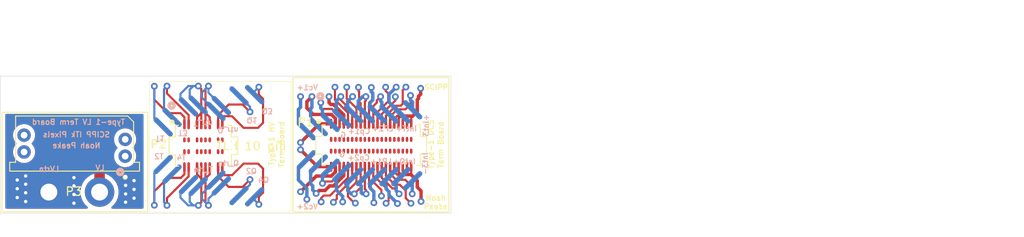
<source format=kicad_pcb>
(kicad_pcb (version 20171130) (host pcbnew "(5.1.4)-1")
  (title_block (title "Type-1 Termination Board") (date 2021-06-30) (rev v4) (company SCIPP) (comment 1 "Designed by Noah Peake"))
  (layers (0 F.Cu signal) (1 Lyr2.Cu signal) (2 Lyr3.Cu signal) (31 B.Cu signal) (34 B.Paste user) (35 F.Paste user) (36 B.SilkS user) (37 F.SilkS user) (38 B.Mask user) (39 F.Mask user) (44 Edge.Cuts user))
  (net 0 "")
  (net 1 Gnd)
  (net 2 Vcan1_p)
  (net 3 Vcan1_n)
  (net 4 Vcan2_n)
  (net 5 Can_pwr1_p)
  (net 6 Can_pwr1_n)
  (net 7 Can_pwr2_p)
  (net 8 Can_pwr2_n)
  (net 9 LP_mode2)
  (net 10 LP_mode1)
  (net 11 Interlock_T_p)
  (net 12 Interlock_T_n)
  (net 13 Interlock_Q_p)
  (net 14 Interlock_Q_n)
  (net 15 Interlock_3_p)
  (net 16 Interlock_3_n)
  (net 17 HV_Triplet1)
  (net 18 HV_Triplet3)
  (net 19 HV_Triplet4)
  (net 20 HV_Triplet_rtn)
  (net 21 HV_Quad_rtn)
  (net 22 HV_Quad1)
  (net 23 HV_Quad2)
  (net 24 HV_Quad3)
  (net 25 HV_Quad4)
  (net 26 LV_rtn)
  (net 27 LV)
  (net 28 Vcan2_p)
  (module MountingHole:MountingHole_2.2mm_M2 (layer F.Cu) (at 70.65 25.85)
    (fp_text reference H2)
    (fp_text value MountingHole_2.2mm_M2)
    (pad "" np_thru_hole circle (at 0 0) (size 2.2 2.2) (drill 2.2) (layers *.Cu *.Mask))
  )
  (module MountingHole:MountingHole_2.2mm_M2 (layer F.Cu) (at 51.9 36.35)
    (fp_text reference H1)
    (fp_text value MountingHole_2.2mm_M2)
    (pad "" np_thru_hole circle (at 0 0) (size 2.2 2.2) (drill 2.2) (layers *.Cu *.Mask))
  )
  (module MountingHole:MountingHole_2.2mm_M2 (layer F.Cu) (at 55.15 24.9)
    (fp_text reference H2)
    (fp_text value MountingHole_2.2mm_M2)
    (pad "" np_thru_hole circle (at -3.25 0) (size 2.2 2.2) (drill 2.2) (layers *.Cu *.Mask))
  )
  (module MountingHole:MountingHole_2.2mm_M2 (layer F.Cu) (at 70.65 35.35)
    (fp_text reference H1)
    (fp_text value MountingHole_2.2mm_M2)
    (pad "" np_thru_hole circle (at 0 0) (size 2.2 2.2) (drill 2.2) (layers *.Cu *.Mask))
  )
  (module SCIPP_Connectors:Pad_Array_1.1 (layer B.Cu) (at 41.4 35.45 135)
    (fp_text reference REF**)
    (fp_text value Pad_Array_1.1)
    (pad 8 smd oval (at 0 0 45) (size 3 0.6) (layers B.Cu B.Paste B.Mask))
  )
  (module SCIPP_Connectors:Pad_Array_1.1 (layer B.Cu) (at 47.4 36.75 135)
    (fp_text reference REF**)
    (fp_text value Pad_Array_1.1)
    (pad 18 smd oval (at 0 0 45) (size 3 0.6) (layers B.Cu B.Paste B.Mask))
  )
  (module SCIPP_Connectors:Pad_Array_1.1 (layer B.Cu) (at 45.3 35.6 135)
    (fp_text reference REF**)
    (fp_text value Pad_Array_1.1)
    (pad 14 smd oval (at 0 0 45) (size 3 0.6) (layers B.Cu B.Paste B.Mask))
  )
  (module SCIPP_Connectors:Pad_Array_1.1 (layer B.Cu) (at 42.55 35.65 135)
    (fp_text reference REF**)
    (fp_text value Pad_Array_1.1)
    (pad 10 smd oval (at 0 0 45) (size 3 0.6) (layers B.Cu B.Paste B.Mask))
  )
  (module SCIPP_Connectors:Pad_Array_1.1 (layer B.Cu) (at 44.65 34.9 135)
    (fp_text reference REF**)
    (fp_text value Pad_Array_1.1)
    (pad 12 smd oval (at 0 0 45) (size 3 0.6) (layers B.Cu B.Paste B.Mask))
  )
  (module SCIPP_Connectors:Pad_Array_1.1 (layer B.Cu) (at 49.25 36.9 135)
    (fp_text reference REF**)
    (fp_text value Pad_Array_1.1)
    (pad 20 smd oval (at 0 0 45) (size 3 0.6) (layers B.Cu B.Paste B.Mask))
  )
  (module SCIPP_Connectors:Pad_Array_1.1 (layer B.Cu) (at 39.45 34.2 135)
    (fp_text reference REF**)
    (fp_text value Pad_Array_1.1)
    (pad 4 smd oval (at 0 0 45) (size 3 0.6) (layers B.Cu B.Paste B.Mask))
  )
  (module SCIPP_Connectors:Pad_Array_1.1 (layer B.Cu) (at 38.4 33.05 135)
    (fp_text reference REF**)
    (fp_text value Pad_Array_1.1)
    (pad 2 smd oval (at 0 0 45) (size 3 0.6) (layers B.Cu B.Paste B.Mask))
  )
  (module SCIPP_Connectors:Pad_Array_1.1 (layer B.Cu) (at 38.4 28.6 45)
    (fp_text reference REF**)
    (fp_text value Pad_Array_1.1)
    (pad 1 smd oval (at 0 0 315) (size 3 0.6) (layers B.Cu B.Paste B.Mask))
  )
  (module SCIPP_Connectors:Pad_Array_1.1 (layer B.Cu) (at 42.55 26 45)
    (fp_text reference REF**)
    (fp_text value Pad_Array_1.1)
    (pad 9 smd oval (at 0 0 315) (size 3 0.6) (layers B.Cu B.Paste B.Mask))
  )
  (module SCIPP_Connectors:Pad_Array_1.1 (layer B.Cu) (at 41.4 26.2 45)
    (fp_text reference REF**)
    (fp_text value Pad_Array_1.1)
    (pad 7 smd oval (at 0 0 315) (size 3 0.6) (layers B.Cu B.Paste B.Mask))
  )
  (module SCIPP_Connectors:Pad_Array_1.1 (layer B.Cu) (at 44.65 26.75 45)
    (fp_text reference REF**)
    (fp_text value Pad_Array_1.1)
    (pad 11 smd oval (at 0 0 315) (size 3 0.6) (layers B.Cu B.Paste B.Mask))
  )
  (module SCIPP_Connectors:Pad_Array_1.1 (layer B.Cu) (at 39.45 27.45 45)
    (fp_text reference REF**)
    (fp_text value Pad_Array_1.1)
    (pad 3 smd oval (at 0 0 315) (size 3 0.6) (layers B.Cu B.Paste B.Mask))
  )
  (module SCIPP_Connectors:Pad_Array_1.1 (layer B.Cu) (at 47.4 24.9 45)
    (fp_text reference REF**)
    (fp_text value Pad_Array_1.1)
    (pad 17 smd oval (at 0 0 315) (size 3 0.6) (layers B.Cu B.Paste B.Mask))
  )
  (module SCIPP_Connectors:Pad_Array_1.1 (layer B.Cu) (at 45.3 26.05 45)
    (fp_text reference REF**)
    (fp_text value Pad_Array_1.1)
    (pad 13 smd oval (at 0 0 315) (size 3 0.6) (layers B.Cu B.Paste B.Mask))
  )
  (module SCIPP_Connectors:Pad_Array_1.1 (layer B.Cu) (at 49.25 24.75 45)
    (fp_text reference REF**)
    (fp_text value Pad_Array_1.1)
    (pad 19 smd oval (at 0 0 315) (size 3 0.6) (layers B.Cu B.Paste B.Mask))
  )
  (module SCIPP_Connectors:19-1_TLH_HV (layer F.Cu) (at 43.17 30.83)
    (fp_text reference P2 (at -5.32 -0.18) (layer F.SilkS))
    (fp_text value "TLH 10 pin" (at 5.68 0.02) (layer F.SilkS))
    (pad "" np_thru_hole circle (at 3.2 0) (size 0.9 0.9) (drill 0.9) (layers *.Cu *.Mask))
    (pad 1 smd oval (at -2.25 -2.55) (size 0.3 1.2) (layers F.Cu F.Paste F.Mask) (net 17 HV_Triplet1))
    (pad "" np_thru_hole circle (at -3.2 0) (size 0.9 0.9) (drill 0.9) (layers *.Cu *.Mask))
    (pad 1 smd oval (at -2.25 -0.7) (size 0.3 0.6) (layers F.Cu F.Mask) (net 17 HV_Triplet1))
    (pad 2 smd oval (at -2.25 2.55) (size 0.3 1.2) (layers F.Cu F.Paste F.Mask) (net 17 HV_Triplet1))
    (pad 3 smd oval (at -1.75 -2.55) (size 0.3 1.2) (layers F.Cu F.Paste F.Mask) (net 18 HV_Triplet3))
    (pad 4 smd oval (at -1.75 2.55) (size 0.3 1.2) (layers F.Cu F.Paste F.Mask) (net 19 HV_Triplet4))
    (pad 7 smd oval (at -0.75 -2.55) (size 0.3 1.2) (layers F.Cu F.Paste F.Mask) (net 20 HV_Triplet_rtn))
    (pad 8 smd oval (at -0.75 2.55) (size 0.3 1.2) (layers F.Cu F.Paste F.Mask) (net 20 HV_Triplet_rtn))
    (pad 9 smd oval (at -0.25 -2.55) (size 0.3 1.2) (layers F.Cu F.Paste F.Mask) (net 20 HV_Triplet_rtn))
    (pad 10 smd oval (at -0.25 2.55) (size 0.3 1.2) (layers F.Cu F.Paste F.Mask) (net 20 HV_Triplet_rtn))
    (pad 11 smd oval (at 0.25 -2.55) (size 0.3 1.2) (layers F.Cu F.Paste F.Mask) (net 21 HV_Quad_rtn))
    (pad 12 smd oval (at 0.25 2.55) (size 0.3 1.2) (layers F.Cu F.Paste F.Mask) (net 21 HV_Quad_rtn))
    (pad 13 smd oval (at 0.75 -2.55) (size 0.3 1.2) (layers F.Cu F.Paste F.Mask) (net 21 HV_Quad_rtn))
    (pad 14 smd oval (at 0.75 2.55) (size 0.3 1.2) (layers F.Cu F.Paste F.Mask) (net 21 HV_Quad_rtn))
    (pad 17 smd oval (at 1.75 -2.55) (size 0.3 1.2) (layers F.Cu F.Paste F.Mask) (net 22 HV_Quad1))
    (pad 18 smd oval (at 1.75 2.55) (size 0.3 1.2) (layers F.Cu F.Paste F.Mask) (net 23 HV_Quad2))
    (pad 19 smd oval (at 2.25 -2.55) (size 0.3 1.2) (layers F.Cu F.Paste F.Mask) (net 24 HV_Quad3))
    (pad 20 smd oval (at 2.25 2.55) (size 0.3 1.2) (layers F.Cu F.Paste F.Mask) (net 25 HV_Quad4))
    (pad 2 smd oval (at -2.25 0.7) (size 0.3 0.6) (layers F.Cu F.Mask) (net 17 HV_Triplet1))
    (pad 3 smd oval (at -1.75 -0.7) (size 0.3 0.6) (layers F.Cu F.Mask) (net 18 HV_Triplet3))
    (pad 4 smd oval (at -1.75 0.7) (size 0.3 0.6) (layers F.Cu F.Mask) (net 19 HV_Triplet4))
    (pad 7 smd oval (at -0.75 -0.7) (size 0.3 0.6) (layers F.Cu F.Mask) (net 20 HV_Triplet_rtn))
    (pad 8 smd oval (at -0.75 0.7) (size 0.3 0.6) (layers F.Cu F.Mask) (net 20 HV_Triplet_rtn))
    (pad 9 smd oval (at -0.25 -0.7) (size 0.3 0.6) (layers F.Cu F.Mask) (net 20 HV_Triplet_rtn))
    (pad 10 smd oval (at -0.25 0.7) (size 0.3 0.6) (layers F.Cu F.Mask) (net 20 HV_Triplet_rtn))
    (pad 11 smd oval (at 0.25 -0.7) (size 0.3 0.6) (layers F.Cu F.Mask) (net 21 HV_Quad_rtn))
    (pad 12 smd oval (at 0.25 0.7) (size 0.3 0.6) (layers F.Cu F.Mask) (net 21 HV_Quad_rtn))
    (pad 13 smd oval (at 0.75 -0.7) (size 0.3 0.6) (layers F.Cu F.Mask) (net 21 HV_Quad_rtn))
    (pad 14 smd oval (at 0.75 0.7) (size 0.3 0.6) (layers F.Cu F.Mask) (net 21 HV_Quad_rtn))
    (pad 17 smd oval (at 1.75 -0.7) (size 0.3 0.6) (layers F.Cu F.Mask) (net 22 HV_Quad1))
    (pad 18 smd oval (at 1.75 0.7) (size 0.3 0.6) (layers F.Cu F.Mask) (net 23 HV_Quad2))
    (pad 19 smd oval (at 2.25 -0.7) (size 0.3 0.6) (layers F.Cu F.Mask) (net 24 HV_Quad3))
    (pad 20 smd oval (at 2.25 0.7) (size 0.3 0.6) (layers F.Cu F.Mask) (net 25 HV_Quad4))
  )
  (module SCIPP_Connectors:Pad_Array_1.1 (layer B.Cu) (at 68 35 135)
    (fp_text reference REF**)
    (fp_text value Pad_Array_1.1)
    (pad 1 smd oval (at 0 0 45) (size 3 0.6) (layers B.Cu B.Paste B.Mask) (net 16 Interlock_3_n))
  )
  (module SCIPP_Connectors:TLH_20_Pin (layer F.Cu) (at 63.08 30.77)
    (fp_text reference P1 (at -7.78 -2.72) (layer F.SilkS))
    (fp_text value "TLH 20 pin")
    (pad 40 smd oval (at 4.75 2.55) (size 0.3 1.2) (layers F.Cu F.Paste F.Mask) (net 1 Gnd))
    (pad 39 smd oval (at 4.75 -2.55) (size 0.3 1.2) (layers F.Cu F.Paste F.Mask) (net 1 Gnd))
    (pad 38 smd oval (at 4.25 2.55) (size 0.3 1.2) (layers F.Cu F.Paste F.Mask) (net 1 Gnd))
    (pad 37 smd oval (at 4.25 -2.55) (size 0.3 1.2) (layers F.Cu F.Paste F.Mask) (net 1 Gnd))
    (pad 36 smd oval (at 3.75 2.55) (size 0.3 1.2) (layers F.Cu F.Paste F.Mask) (net 1 Gnd))
    (pad 35 smd oval (at 3.75 -2.55) (size 0.3 1.2) (layers F.Cu F.Paste F.Mask) (net 1 Gnd))
    (pad 34 smd oval (at 3.25 2.55) (size 0.3 1.2) (layers F.Cu F.Paste F.Mask) (net 1 Gnd))
    (pad 33 smd oval (at 3.25 -2.55) (size 0.3 1.2) (layers F.Cu F.Paste F.Mask) (net 1 Gnd))
    (pad 32 smd oval (at 2.75 2.55) (size 0.3 1.2) (layers F.Cu F.Paste F.Mask) (net 1 Gnd))
    (pad 31 smd oval (at 2.75 -2.55) (size 0.3 1.2) (layers F.Cu F.Paste F.Mask) (net 1 Gnd))
    (pad 30 smd oval (at 2.25 2.55) (size 0.3 1.2) (layers F.Cu F.Paste F.Mask) (net 16 Interlock_3_n))
    (pad 29 smd oval (at 2.25 -2.55) (size 0.3 1.2) (layers F.Cu F.Paste F.Mask) (net 15 Interlock_3_p))
    (pad 28 smd oval (at 1.75 2.55) (size 0.3 1.2) (layers F.Cu F.Paste F.Mask) (net 1 Gnd))
    (pad 27 smd oval (at 1.75 -2.55) (size 0.3 1.2) (layers F.Cu F.Paste F.Mask) (net 1 Gnd))
    (pad 26 smd oval (at 1.25 2.55) (size 0.3 1.2) (layers F.Cu F.Paste F.Mask) (net 14 Interlock_Q_n))
    (pad 25 smd oval (at 1.25 -2.55) (size 0.3 1.2) (layers F.Cu F.Paste F.Mask) (net 13 Interlock_Q_p))
    (pad 24 smd oval (at 0.75 2.55) (size 0.3 1.2) (layers F.Cu F.Paste F.Mask) (net 1 Gnd))
    (pad 23 smd oval (at 0.75 -2.55) (size 0.3 1.2) (layers F.Cu F.Paste F.Mask) (net 1 Gnd))
    (pad 22 smd oval (at 0.25 2.55) (size 0.3 1.2) (layers F.Cu F.Paste F.Mask) (net 12 Interlock_T_n))
    (pad 21 smd oval (at 0.25 -2.55) (size 0.3 1.2) (layers F.Cu F.Paste F.Mask) (net 11 Interlock_T_p))
    (pad 20 smd oval (at -0.25 2.55) (size 0.3 1.2) (layers F.Cu F.Paste F.Mask) (net 1 Gnd))
    (pad 19 smd oval (at -0.25 -2.55) (size 0.3 1.2) (layers F.Cu F.Paste F.Mask) (net 1 Gnd))
    (pad 18 smd oval (at -0.75 2.55) (size 0.3 1.2) (layers F.Cu F.Paste F.Mask) (net 10 LP_mode1))
    (pad 17 smd oval (at -0.75 -2.55) (size 0.3 1.2) (layers F.Cu F.Paste F.Mask) (net 9 LP_mode2))
    (pad 16 smd oval (at -1.25 2.55) (size 0.3 1.2) (layers F.Cu F.Paste F.Mask) (net 8 Can_pwr2_n))
    (pad 15 smd oval (at -1.25 -2.55) (size 0.3 1.2) (layers F.Cu F.Paste F.Mask) (net 7 Can_pwr2_p))
    (pad 14 smd oval (at -1.75 2.55) (size 0.3 1.2) (layers F.Cu F.Paste F.Mask) (net 1 Gnd))
    (pad 13 smd oval (at -1.75 -2.55) (size 0.3 1.2) (layers F.Cu F.Paste F.Mask) (net 1 Gnd))
    (pad 12 smd oval (at -2.25 2.55) (size 0.3 1.2) (layers F.Cu F.Paste F.Mask) (net 6 Can_pwr1_n))
    (pad 11 smd oval (at -2.25 -2.55) (size 0.3 1.2) (layers F.Cu F.Paste F.Mask) (net 5 Can_pwr1_p))
    (pad 10 smd oval (at -2.75 2.55) (size 0.3 1.2) (layers F.Cu F.Paste F.Mask) (net 1 Gnd))
    (pad 9 smd oval (at -2.75 -2.55) (size 0.3 1.2) (layers F.Cu F.Paste F.Mask) (net 1 Gnd))
    (pad 8 smd oval (at -3.25 2.55) (size 0.3 1.2) (layers F.Cu F.Paste F.Mask) (net 4 Vcan2_n))
    (pad 7 smd oval (at -3.25 -2.55) (size 0.3 1.2) (layers F.Cu F.Paste F.Mask) (net 28 Vcan2_p))
    (pad 6 smd oval (at -3.75 2.55) (size 0.3 1.2) (layers F.Cu F.Paste F.Mask) (net 1 Gnd))
    (pad 5 smd oval (at -3.75 -2.55) (size 0.3 1.2) (layers F.Cu F.Paste F.Mask) (net 1 Gnd))
    (pad 4 smd oval (at -4.25 2.55) (size 0.3 1.2) (layers F.Cu F.Paste F.Mask) (net 2 Vcan1_p))
    (pad 3 smd oval (at -4.25 -2.55) (size 0.3 1.2) (layers F.Cu F.Paste F.Mask) (net 3 Vcan1_n))
    (pad 2 smd oval (at -4.75 2.55) (size 0.3 1.2) (layers F.Cu F.Paste F.Mask) (net 1 Gnd))
    (pad 40 smd oval (at 4.75 0.7) (size 0.3 0.6) (layers F.Cu F.Mask) (net 1 Gnd))
    (pad 39 smd oval (at 4.75 -0.7) (size 0.3 0.6) (layers F.Cu F.Mask) (net 1 Gnd))
    (pad 38 smd oval (at 4.25 0.7) (size 0.3 0.6) (layers F.Cu F.Mask) (net 1 Gnd))
    (pad 37 smd oval (at 4.25 -0.7) (size 0.3 0.6) (layers F.Cu F.Mask) (net 1 Gnd))
    (pad 36 smd oval (at 3.75 0.7) (size 0.3 0.6) (layers F.Cu F.Mask) (net 1 Gnd))
    (pad 35 smd oval (at 3.75 -0.7) (size 0.3 0.6) (layers F.Cu F.Mask) (net 1 Gnd))
    (pad 34 smd oval (at 3.25 0.7) (size 0.3 0.6) (layers F.Cu F.Mask) (net 1 Gnd))
    (pad 33 smd oval (at 3.25 -0.7) (size 0.3 0.6) (layers F.Cu F.Mask) (net 1 Gnd))
    (pad 32 smd oval (at 2.75 0.7) (size 0.3 0.6) (layers F.Cu F.Mask) (net 1 Gnd))
    (pad 31 smd oval (at 2.75 -0.7) (size 0.3 0.6) (layers F.Cu F.Mask) (net 1 Gnd))
    (pad 30 smd oval (at 2.25 0.7) (size 0.3 0.6) (layers F.Cu F.Mask) (net 16 Interlock_3_n))
    (pad 29 smd oval (at 2.25 -0.7) (size 0.3 0.6) (layers F.Cu F.Mask) (net 15 Interlock_3_p))
    (pad 28 smd oval (at 1.75 0.7) (size 0.3 0.6) (layers F.Cu F.Mask) (net 1 Gnd))
    (pad 27 smd oval (at 1.75 -0.7) (size 0.3 0.6) (layers F.Cu F.Mask) (net 1 Gnd))
    (pad 26 smd oval (at 1.25 0.7) (size 0.3 0.6) (layers F.Cu F.Mask) (net 14 Interlock_Q_n))
    (pad 25 smd oval (at 1.25 -0.7) (size 0.3 0.6) (layers F.Cu F.Mask) (net 13 Interlock_Q_p))
    (pad 24 smd oval (at 0.75 0.7) (size 0.3 0.6) (layers F.Cu F.Mask) (net 1 Gnd))
    (pad 23 smd oval (at 0.75 -0.7) (size 0.3 0.6) (layers F.Cu F.Mask) (net 1 Gnd))
    (pad 22 smd oval (at 0.25 0.7) (size 0.3 0.6) (layers F.Cu F.Mask) (net 12 Interlock_T_n))
    (pad 21 smd oval (at 0.25 -0.7) (size 0.3 0.6) (layers F.Cu F.Mask) (net 11 Interlock_T_p))
    (pad 20 smd oval (at -0.25 0.7) (size 0.3 0.6) (layers F.Cu F.Mask) (net 1 Gnd))
    (pad 19 smd oval (at -0.25 -0.7) (size 0.3 0.6) (layers F.Cu F.Mask) (net 1 Gnd))
    (pad 18 smd oval (at -0.75 0.7) (size 0.3 0.6) (layers F.Cu F.Mask) (net 10 LP_mode1))
    (pad 17 smd oval (at -0.75 -0.7) (size 0.3 0.6) (layers F.Cu F.Mask) (net 9 LP_mode2))
    (pad 16 smd oval (at -1.25 0.7) (size 0.3 0.6) (layers F.Cu F.Mask) (net 8 Can_pwr2_n))
    (pad 15 smd oval (at -1.25 -0.7) (size 0.3 0.6) (layers F.Cu F.Mask) (net 7 Can_pwr2_p))
    (pad 14 smd oval (at -1.75 0.7) (size 0.3 0.6) (layers F.Cu F.Mask) (net 1 Gnd))
    (pad 13 smd oval (at -1.75 -0.7) (size 0.3 0.6) (layers F.Cu F.Mask) (net 1 Gnd))
    (pad 12 smd oval (at -2.25 0.7) (size 0.3 0.6) (layers F.Cu F.Mask) (net 6 Can_pwr1_n))
    (pad 11 smd oval (at -2.25 -0.7) (size 0.3 0.6) (layers F.Cu F.Mask) (net 5 Can_pwr1_p))
    (pad 10 smd oval (at -2.75 0.7) (size 0.3 0.6) (layers F.Cu F.Mask) (net 1 Gnd))
    (pad 9 smd oval (at -2.75 -0.7) (size 0.3 0.6) (layers F.Cu F.Mask) (net 1 Gnd))
    (pad 8 smd oval (at -3.25 0.7) (size 0.3 0.6) (layers F.Cu F.Mask) (net 4 Vcan2_n))
    (pad 7 smd oval (at -3.25 -0.7) (size 0.3 0.6) (layers F.Cu F.Mask) (net 28 Vcan2_p))
    (pad 6 smd oval (at -3.75 0.7) (size 0.3 0.6) (layers F.Cu F.Mask) (net 1 Gnd))
    (pad 5 smd oval (at -3.75 -0.7) (size 0.3 0.6) (layers F.Cu F.Mask) (net 1 Gnd))
    (pad 4 smd oval (at -4.25 0.7) (size 0.3 0.6) (layers F.Cu F.Mask) (net 2 Vcan1_p))
    (pad 3 smd oval (at -4.25 -0.7) (size 0.3 0.6) (layers F.Cu F.Mask) (net 3 Vcan1_n))
    (pad 2 smd oval (at -4.75 0.7) (size 0.3 0.6) (layers F.Cu F.Mask) (net 1 Gnd))
    (pad "" np_thru_hole circle (at 5.7 0) (size 0.9 0.9) (drill 0.9) (layers *.Cu *.Mask))
    (pad 1 smd oval (at -4.75 -2.55) (size 0.3 1.2) (layers F.Cu F.Paste F.Mask) (net 1 Gnd))
    (pad "" np_thru_hole circle (at -5.7 0) (size 0.9 0.9) (drill 0.9) (layers *.Cu *.Mask))
    (pad 1 smd oval (at -4.75 -0.7) (size 0.3 0.6) (layers F.Cu F.Mask) (net 1 Gnd))
  )
  (module SCIPP_Connectors:Pad_Array_1.1 (layer B.Cu) (at 55.4 29.05 45)
    (fp_text reference REF**)
    (fp_text value Pad_Array_1.1)
    (pad 1 smd oval (at 0 0 315) (size 3 0.6) (layers B.Cu B.Paste B.Mask) (net 2 Vcan1_p))
  )
  (module SCIPP_Connectors:Pad_Array_1.1 (layer B.Cu) (at 56.8 33 135)
    (fp_text reference REF**)
    (fp_text value Pad_Array_1.1)
    (pad 1 smd oval (at 0 0 45) (size 3 0.6) (layers B.Cu B.Paste B.Mask) (net 4 Vcan2_n))
  )
  (module SCIPP_Connectors:Pad_Array_1.1 (layer B.Cu) (at 59.6 27.55 45)
    (fp_text reference REF**)
    (fp_text value Pad_Array_1.1)
    (pad 1 smd oval (at 0 0 315) (size 3 0.6) (layers B.Cu B.Paste B.Mask) (net 5 Can_pwr1_p))
  )
  (module SCIPP_Connectors:Pad_Array_1.1 (layer B.Cu) (at 59.6 34 135)
    (fp_text reference REF**)
    (fp_text value Pad_Array_1.1)
    (pad 1 smd oval (at 0 0 45) (size 3 0.6) (layers B.Cu B.Paste B.Mask) (net 7 Can_pwr2_p))
  )
  (module SCIPP_Connectors:Pad_Array_1.1 (layer B.Cu) (at 61 27.05 45)
    (fp_text reference REF**)
    (fp_text value Pad_Array_1.1)
    (pad 1 smd oval (at 0 0 315) (size 3 0.6) (layers B.Cu B.Paste B.Mask) (net 6 Can_pwr1_n))
  )
  (module SCIPP_Connectors:Pad_Array_1.1 (layer B.Cu) (at 66.6 27.05 45)
    (fp_text reference REF**)
    (fp_text value Pad_Array_1.1)
    (pad 1 smd oval (at 0 0 315) (size 3 0.6) (layers B.Cu B.Paste B.Mask) (net 12 Interlock_T_n))
  )
  (module SCIPP_Connectors:Pad_Array_1.1 (layer B.Cu) (at 58.2 33.5 135)
    (fp_text reference REF**)
    (fp_text value Pad_Array_1.1)
    (pad 1 smd oval (at 0 0 45) (size 3 0.6) (layers B.Cu B.Paste B.Mask) (net 1 Gnd))
  )
  (module SCIPP_Connectors:Pad_Array_1.1 (layer B.Cu) (at 65.2 34.5 135)
    (fp_text reference REF**)
    (fp_text value Pad_Array_1.1)
    (pad 1 smd oval (at 0 0 45) (size 3 0.6) (layers B.Cu B.Paste B.Mask) (net 13 Interlock_Q_p))
  )
  (module SCIPP_Connectors:Pad_Array_1.1 (layer B.Cu) (at 58.2 28.05 45)
    (fp_text reference REF**)
    (fp_text value Pad_Array_1.1)
    (pad 1 smd oval (at 0 0 315) (size 3 0.6) (layers B.Cu B.Paste B.Mask) (net 1 Gnd))
  )
  (module SCIPP_Connectors:Pad_Array_1.1 (layer B.Cu) (at 65.2 27.05 45)
    (fp_text reference REF**)
    (fp_text value Pad_Array_1.1)
    (pad 1 smd oval (at 0 0 315) (size 3 0.6) (layers B.Cu B.Paste B.Mask) (net 11 Interlock_T_p))
  )
  (module SCIPP_Connectors:Pad_Array_1.1 (layer B.Cu) (at 55.4 32.5 135)
    (fp_text reference REF**)
    (fp_text value Pad_Array_1.1)
    (pad 1 smd oval (at 0 0 45) (size 3 0.6) (layers B.Cu B.Paste B.Mask) (net 28 Vcan2_p))
  )
  (module SCIPP_Connectors:Pad_Array_1.1 (layer B.Cu) (at 68 26.55 45)
    (fp_text reference REF**)
    (fp_text value Pad_Array_1.1)
    (pad 1 smd oval (at 0 0 315) (size 3 0.6) (layers B.Cu B.Paste B.Mask) (net 15 Interlock_3_p))
  )
  (module SCIPP_Connectors:Pad_Array_1.1 (layer B.Cu) (at 56.8 28.55 45)
    (fp_text reference REF**)
    (fp_text value Pad_Array_1.1)
    (pad 1 smd oval (at 0 0 315) (size 3 0.6) (layers B.Cu B.Paste B.Mask) (net 3 Vcan1_n))
  )
  (module SCIPP_Connectors:Pad_Array_1.1 (layer B.Cu) (at 62.4 27.05 45)
    (fp_text reference REF**)
    (fp_text value Pad_Array_1.1)
    (pad 1 smd oval (at 0 0 315) (size 3 0.6) (layers B.Cu B.Paste B.Mask) (net 9 LP_mode2))
  )
  (module SCIPP_Connectors:Pad_Array_1.1 (layer B.Cu) (at 63.8 27.05 45)
    (fp_text reference REF**)
    (fp_text value Pad_Array_1.1)
    (pad 1 smd oval (at 0 0 315) (size 3 0.6) (layers B.Cu B.Paste B.Mask) (net 1 Gnd))
  )
  (module SCIPP_Connectors:Pad_Array_1.1 (layer B.Cu) (at 61 34.5 135)
    (fp_text reference REF**)
    (fp_text value Pad_Array_1.1)
    (pad 1 smd oval (at 0 0 45) (size 3 0.6) (layers B.Cu B.Paste B.Mask) (net 8 Can_pwr2_n))
  )
  (module SCIPP_Connectors:Pad_Array_1.1 (layer B.Cu) (at 62.4 34.5 135)
    (fp_text reference REF**)
    (fp_text value Pad_Array_1.1)
    (pad 1 smd oval (at 0 0 45) (size 3 0.6) (layers B.Cu B.Paste B.Mask) (net 10 LP_mode1))
  )
  (module SCIPP_Connectors:Pad_Array_1.1 (layer B.Cu) (at 66.6 34.5 135)
    (fp_text reference REF**)
    (fp_text value Pad_Array_1.1)
    (pad 1 smd oval (at 0 0 45) (size 3 0.6) (layers B.Cu B.Paste B.Mask) (net 14 Interlock_Q_n))
  )
  (module SCIPP_Connectors:Pad_Array_1.1 (layer B.Cu) (at 63.8 34.5 135)
    (fp_text reference REF**)
    (fp_text value Pad_Array_1.1)
    (pad 1 smd oval (at 0 0 45) (size 3 0.6) (layers B.Cu B.Paste B.Mask) (net 1 Gnd))
  )
  (module SCIPP_Connectors:14AWG_THT (layer F.Cu) (at 24.83 36.34)
    (fp_text reference J3)
    (fp_text value Conn_01x01_Female)
    (pad 1 thru_hole circle (at 0 0) (size 3.5 3.5) (drill 2) (layers *.Cu *.Mask) (net 26 LV_rtn))
  )
  (module SCIPP_Connectors:14AWG_THT (layer F.Cu) (at 24.81 41.45)
    (fp_text reference J2)
    (fp_text value Conn_01x01_Female)
    (pad 1 thru_hole circle (at 6.04 -5.11) (size 3.5 3.5) (drill 2) (layers *.Cu *.Mask) (net 27 LV))
  )
  (module SCIPP_Connectors:UMPS_5_Pin (layer F.Cu) (at 27.89 30.57 180)
    (fp_text reference P3 (at 0.1 -5.7) (layer F.SilkS))
    (fp_text value "UMPS 5 pin")
    (pad 3 smd oval (at 0 0 180) (size 1.3 3.5) (layers F.Cu F.Paste F.Mask) (net 1 Gnd))
    (pad 4 smd oval (at 2 0 180) (size 1.3 3.5) (layers F.Cu F.Paste F.Mask) (net 26 LV_rtn))
    (pad 9 thru_hole circle (at 6 1 180) (size 1.6 1.6) (drill 0.8) (layers *.Cu *.Mask))
    (pad 5 smd oval (at 4 0 180) (size 1.3 3.5) (layers F.Cu F.Paste F.Mask) (net 26 LV_rtn))
    (pad 2 smd oval (at -2 0 180) (size 1.3 3.5) (layers F.Cu F.Paste F.Mask) (net 27 LV))
    (pad 8 thru_hole circle (at 6 -1 180) (size 1.6 1.6) (drill 0.8) (layers *.Cu *.Mask))
    (pad 7 thru_hole circle (at -6 0.5 180) (size 1.6 1.6) (drill 0.8) (layers *.Cu *.Mask))
    (pad 6 thru_hole circle (at -6 -1.5 180) (size 1.6 1.6) (drill 0.8) (layers *.Cu *.Mask))
    (pad 1 smd oval (at -4 0 180) (size 1.3 3.5) (layers F.Cu F.Paste F.Mask) (net 27 LV))
  )
  (gr_text "Noah Peake" (at 28.1 30.8) (layer B.SilkS) (effects (font (size 0.635 0.635) (thickness 0.127)) (justify mirror)))
  (gr_text "SCIPP ITk Pixels" (at 28.1 29.5) (layer B.SilkS) (effects (font (size 0.635 0.635) (thickness 0.127)) (justify mirror)))
  (gr_circle (center 33.3 33.95) (end 33.4 33.95) (layer B.SilkS) (width 0.4))
  (gr_circle (center 57.05 24.95) (end 57.15 24.95) (layer B.SilkS) (width 0.4))
  (gr_circle (center 39.4 26.05) (end 39.5 26.05) (layer B.SilkS) (width 0.4))
  (gr_text LVrtn (at 24.85 33.6) (layer B.SilkS) (effects (font (size 0.635 0.635) (thickness 0.127)) (justify mirror)))
  (gr_text LV (at 30.9 33.45) (layer B.SilkS) (effects (font (size 0.635 0.635) (thickness 0.127)) (justify mirror)))
  (gr_text Vc2+ (at 55.5 38.05) (layer B.SilkS) (effects (font (size 0.635 0.635) (thickness 0.127)) (justify mirror)))
  (gr_text Vc1+ (at 55.5 23.9) (layer B.SilkS) (effects (font (size 0.635 0.635) (thickness 0.127)) (justify mirror)))
  (gr_text +Int3 (at 69.6 28.4 90) (layer B.SilkS) (effects (font (size 0.635 0.635) (thickness 0.127)) (justify mirror)))
  (gr_text Int3- (at 69.5 32.95 90) (layer B.SilkS) (effects (font (size 0.635 0.635) (thickness 0.127)) (justify mirror)))
  (gr_text IntQ+ (at 67 32.7) (layer B.SilkS) (effects (font (size 0.635 0.635) (thickness 0.127)) (justify mirror)))
  (gr_text IntT+ (at 67.25 28.8) (layer B.SilkS) (effects (font (size 0.635 0.635) (thickness 0.127)) (justify mirror)))
  (gr_text LP2+ (at 64.45 28.8) (layer B.SilkS) (effects (font (size 0.635 0.635) (thickness 0.127)) (justify mirror)))
  (gr_text LP1+ (at 64.25 32.7) (layer B.SilkS) (effects (font (size 0.635 0.635) (thickness 0.127)) (justify mirror)))
  (gr_text Cp2+ (at 61.6 32.25) (layer B.SilkS) (effects (font (size 0.635 0.635) (thickness 0.127)) (justify mirror)))
  (gr_text G (at 59.65 31.85) (layer B.SilkS) (effects (font (size 0.635 0.635) (thickness 0.127)) (justify mirror)))
  (gr_text G (at 59.75 29.55) (layer B.SilkS) (effects (font (size 0.635 0.635) (thickness 0.127)) (justify mirror)))
  (gr_text "Type-1 LV Term Board" (at 28.35 28) (layer B.SilkS) (effects (font (size 0.635 0.635) (thickness 0.127)) (justify mirror)))
  (gr_text "Type-1 HV" (at 51.27 30.61 90) (layer F.SilkS) (effects (font (size 0.635 0.635) (thickness 0.127))))
  (gr_text "Term Board" (at 52.45 30.67 90) (layer F.SilkS) (effects (font (size 0.635 0.635) (thickness 0.127))))
  (gr_text "Noah\nPeake" (at 70.75 37.55) (layer F.SilkS) (effects (font (size 0.635 0.635) (thickness 0.127))))
  (gr_text SCIPP (at 70.8 23.85) (layer F.SilkS) (effects (font (size 0.635 0.635) (thickness 0.127))))
  (gr_text "Type-1 DCS" (at 70.17 30.66 90) (layer F.SilkS) (effects (font (size 0.635 0.635) (thickness 0.127))))
  (gr_text "Term Board" (at 71.35 30.72 90) (layer F.SilkS) (effects (font (size 0.635 0.635) (thickness 0.127))))
  (gr_line (start 53.79 22.71) (end 72.29 22.71) (layer F.SilkS) (width 0.12))
  (gr_line (start 72.29 22.71) (end 72.29 38.71) (layer F.SilkS) (width 0.12))
  (gr_line (start 53.79 38.71) (end 53.79 22.71) (layer F.SilkS) (width 0.12))
  (gr_line (start 53.79 38.71) (end 72.29 38.71) (layer F.SilkS) (width 0.12))
  (gr_line (start 36.77 38.7) (end 53.57 38.7) (layer F.SilkS) (width 0.05))
  (gr_line (start 36.77 23.2) (end 53.57 23.2) (layer F.SilkS) (width 0.05))
  (gr_line (start 53.57 23.2) (end 53.57 38.7) (layer F.SilkS) (width 0.05))
  (gr_line (start 36.77 38.7) (end 36.77 23.2) (layer F.SilkS) (width 0.05))
  (gr_line (start 19.27 38.68) (end 19.27 26.85) (layer F.SilkS) (width 0.12))
  (gr_line (start 19.27 26.85) (end 36.56 26.85) (layer F.SilkS) (width 0.12))
  (gr_line (start 36.56 38.68) (end 19.27 38.68) (layer F.SilkS) (width 0.12))
  (gr_line (start 36.56 26.85) (end 36.56 38.68) (layer F.SilkS) (width 0.12))
  (gr_text Q2 (at 48.85 33.85) (layer B.SilkS) (effects (font (size 0.635 0.635) (thickness 0.127)) (justify mirror)))
  (gr_text Q1 (at 48.95 27.8 180) (layer B.SilkS) (effects (font (size 0.635 0.635) (thickness 0.127)) (justify mirror)))
  (gr_text Cp1+ (at 61.65 29.1) (layer B.SilkS) (effects (font (size 0.635 0.635) (thickness 0.127)) (justify mirror)))
  (gr_text Q3 (at 50.75 26.7 180) (layer B.SilkS) (effects (font (size 0.635 0.635) (thickness 0.127)) (justify mirror)))
  (gr_text T3 (at 40.75 29.3 180) (layer B.SilkS) (effects (font (size 0.635 0.635) (thickness 0.127)) (justify mirror)))
  (gr_text T_rtn (at 43.15 28.15 180) (layer B.SilkS) (effects (font (size 0.635 0.635) (thickness 0.127)) (justify mirror)))
  (gr_text Q4 (at 50.3 34.9) (layer B.SilkS) (effects (font (size 0.635 0.635) (thickness 0.127)) (justify mirror)))
  (gr_text T_rtn (at 43.15 33.65) (layer B.SilkS) (effects (font (size 0.635 0.635) (thickness 0.127)) (justify mirror)))
  (gr_text T2 (at 37.9 32.1) (layer B.SilkS) (effects (font (size 0.635 0.635) (thickness 0.127)) (justify mirror)))
  (gr_text T1 (at 38.05 29.95 180) (layer B.SilkS) (effects (font (size 0.635 0.635) (thickness 0.127)) (justify mirror)))
  (gr_text T4 (at 40.55 32.25) (layer B.SilkS) (effects (font (size 0.635 0.635) (thickness 0.127)) (justify mirror)))
  (gr_text Q_rtn (at 46.1 28.95 180) (layer B.SilkS) (effects (font (size 0.635 0.635) (thickness 0.127)) (justify mirror)))
  (gr_text Q_rtn (at 46.15 32.9) (layer B.SilkS) (effects (font (size 0.635 0.635) (thickness 0.127)) (justify mirror)))
  (gr_line (start 19.06 38.85) (end 72.55 38.85) (layer Edge.Cuts) (width 0.05))
  (gr_line (start 72.55 38.85) (end 72.55 22.54) (layer Edge.Cuts) (width 0.05))
  (gr_line (start 72.55 22.54) (end 19.06 22.54) (layer Edge.Cuts) (width 0.05))
  (gr_line (start 19.06 38.85) (end 19.06 22.54) (layer Edge.Cuts) (width 0.05))
  (via (at 43.77 23.73) (size 0.8) (drill 0.4) (layers F.Cu B.Cu) (net 0))
  (segment (start 43.42 24.08) (end 43.77 23.73) (width 0.25) (layer F.Cu) (net 0))
  (segment (start 42.67 23.83) (end 42.57 23.73) (width 0.25) (layer B.Cu) (net 0))
  (segment (start 43.67 23.83) (end 43.77 23.73) (width 0.25) (layer B.Cu) (net 0))
  (segment (start 42.92 24.08) (end 42.57 23.73) (width 0.25) (layer F.Cu) (net 0))
  (via (at 38.85 23.73) (size 0.8) (drill 0.4) (layers F.Cu B.Cu) (net 0))
  (via (at 48.7 26.8) (size 0.8) (drill 0.4) (layers F.Cu B.Cu) (net 0))
  (via (at 37.35 23.75) (size 0.8) (drill 0.4) (layers F.Cu B.Cu) (net 0))
  (via (at 42.57 23.73) (size 0.8) (drill 0.4) (layers F.Cu B.Cu) (net 0))
  (via (at 49.75 23.85) (size 0.8) (drill 0.4) (layers F.Cu B.Cu) (net 0))
  (segment (start 38.4 28.6) (end 37.35 27.55) (width 0.25) (layer B.Cu) (net 0))
  (segment (start 37.35 27.55) (end 37.35 23.75) (width 0.25) (layer B.Cu) (net 0))
  (segment (start 38.85 23.73) (end 38.85 23.75) (width 0.25) (layer B.Cu) (net 0))
  (segment (start 38.85 23.75) (end 38.5 24.1) (width 0.25) (layer B.Cu) (net 0))
  (segment (start 38.5 26.5) (end 39.45 27.45) (width 0.25) (layer B.Cu) (net 0))
  (segment (start 38.5 24.1) (end 38.5 26.5) (width 0.25) (layer B.Cu) (net 0))
  (segment (start 40.45 25.25) (end 41.4 26.2) (width 0.25) (layer B.Cu) (net 0))
  (segment (start 40.45 24.65) (end 40.45 25.25) (width 0.25) (layer B.Cu) (net 0))
  (segment (start 41.37 23.73) (end 40.45 24.65) (width 0.25) (layer B.Cu) (net 0))
  (segment (start 41.98 23.73) (end 41.97 23.73) (width 0.25) (layer B.Cu) (net 0))
  (segment (start 41.98 23.73) (end 41.37 23.73) (width 0.25) (layer B.Cu) (net 0))
  (segment (start 42.57 23.73) (end 41.98 23.73) (width 0.25) (layer B.Cu) (net 0))
  (segment (start 41.97 23.73) (end 41.55 24.15) (width 0.25) (layer B.Cu) (net 0))
  (segment (start 41.55 25) (end 42.55 26) (width 0.25) (layer B.Cu) (net 0))
  (segment (start 41.55 24.15) (end 41.55 25) (width 0.25) (layer B.Cu) (net 0))
  (segment (start 43.77 23.73) (end 43 24.5) (width 0.25) (layer B.Cu) (net 0))
  (segment (start 43 24.5) (end 43 25.1) (width 0.25) (layer B.Cu) (net 0))
  (segment (start 43.77 23.73) (end 43.77 24.52) (width 0.25) (layer B.Cu) (net 0))
  (segment (start 49.25 24.35) (end 49.25 24.75) (width 0.25) (layer B.Cu) (net 0))
  (segment (start 49.75 23.85) (end 49.25 24.35) (width 0.25) (layer B.Cu) (net 0))
  (segment (start 43.6 25.7) (end 44.65 26.75) (width 0.25) (layer B.Cu) (net 0))
  (segment (start 43 25.1) (end 43.6 25.7) (width 0.25) (layer B.Cu) (net 0))
  (segment (start 44.25 25) (end 45.3 26.05) (width 0.25) (layer B.Cu) (net 0))
  (segment (start 43.77 24.52) (end 44.25 25) (width 0.25) (layer B.Cu) (net 0))
  (segment (start 48.7 26.8) (end 48.7 26.2) (width 0.25) (layer B.Cu) (net 0))
  (segment (start 48.7 26.2) (end 47.4 24.9) (width 0.25) (layer B.Cu) (net 0))
  (via (at 37.35 37.9) (size 0.8) (drill 0.4) (layers F.Cu B.Cu) (net 0))
  (via (at 48.7 34.85) (size 0.8) (drill 0.4) (layers F.Cu B.Cu) (net 0))
  (via (at 38.85 37.92) (size 0.8) (drill 0.4) (layers F.Cu B.Cu) (net 0))
  (via (at 42.57 37.92) (size 0.8) (drill 0.4) (layers F.Cu B.Cu) (net 0))
  (via (at 49.75 37.8) (size 0.8) (drill 0.4) (layers F.Cu B.Cu) (net 0))
  (via (at 43.77 37.92) (size 0.8) (drill 0.4) (layers F.Cu B.Cu) (net 0))
  (segment (start 44.25 36.65) (end 45.3 35.6) (width 0.25) (layer B.Cu) (net 0))
  (segment (start 43.77 37.13) (end 44.25 36.65) (width 0.25) (layer B.Cu) (net 0))
  (segment (start 43.77 37.92) (end 43 37.15) (width 0.25) (layer B.Cu) (net 0))
  (segment (start 43 37.15) (end 43 36.55) (width 0.25) (layer B.Cu) (net 0))
  (segment (start 49.25 37.3) (end 49.25 36.9) (width 0.25) (layer B.Cu) (net 0))
  (segment (start 49.75 37.8) (end 49.25 37.3) (width 0.25) (layer B.Cu) (net 0))
  (segment (start 43.77 37.92) (end 43.77 37.13) (width 0.25) (layer B.Cu) (net 0))
  (segment (start 43.42 37.57) (end 43.77 37.92) (width 0.25) (layer F.Cu) (net 0))
  (segment (start 42.67 37.82) (end 42.57 37.92) (width 0.25) (layer F.Cu) (net 0))
  (segment (start 42.92 37.57) (end 42.57 37.92) (width 0.25) (layer F.Cu) (net 0))
  (segment (start 41.97 37.92) (end 41.55 37.5) (width 0.25) (layer B.Cu) (net 0))
  (segment (start 41.55 37.5) (end 41.55 36.65) (width 0.25) (layer B.Cu) (net 0))
  (segment (start 41.98 37.92) (end 41.97 37.92) (width 0.25) (layer B.Cu) (net 0))
  (segment (start 42.57 37.92) (end 41.98 37.92) (width 0.25) (layer B.Cu) (net 0))
  (segment (start 41.98 37.92) (end 41.37 37.92) (width 0.25) (layer B.Cu) (net 0))
  (segment (start 41.55 36.65) (end 42.55 35.65) (width 0.25) (layer B.Cu) (net 0))
  (segment (start 38.5 35.15) (end 39.45 34.2) (width 0.25) (layer B.Cu) (net 0))
  (segment (start 38.85 37.9) (end 38.5 37.55) (width 0.25) (layer B.Cu) (net 0))
  (segment (start 38.5 37.55) (end 38.5 35.15) (width 0.25) (layer B.Cu) (net 0))
  (segment (start 38.85 37.92) (end 38.85 37.9) (width 0.25) (layer F.Cu) (net 0))
  (segment (start 40.45 36.4) (end 41.4 35.45) (width 0.25) (layer B.Cu) (net 0))
  (segment (start 43.6 35.95) (end 44.65 34.9) (width 0.25) (layer B.Cu) (net 0))
  (segment (start 40.45 37) (end 40.45 36.4) (width 0.25) (layer B.Cu) (net 0))
  (segment (start 48.7 34.85) (end 48.7 35.45) (width 0.25) (layer B.Cu) (net 0))
  (segment (start 48.7 35.45) (end 47.4 36.75) (width 0.25) (layer B.Cu) (net 0))
  (segment (start 43 36.55) (end 43.6 35.95) (width 0.25) (layer B.Cu) (net 0))
  (segment (start 41.37 37.92) (end 40.45 37) (width 0.25) (layer B.Cu) (net 0))
  (segment (start 37.35 34.1) (end 37.35 37.9) (width 0.25) (layer B.Cu) (net 0))
  (segment (start 38.4 33.05) (end 37.35 34.1) (width 0.25) (layer B.Cu) (net 0))
  (segment (start 41.42 34.47) (end 41.42 33.37) (width 0.25) (layer F.Cu) (net 0))
  (segment (start 38.85 37.04) (end 41.42 34.47) (width 0.25) (layer F.Cu) (net 0))
  (segment (start 38.85 37.92) (end 38.85 37.04) (width 0.25) (layer F.Cu) (net 0))
  (segment (start 42.92 33.37) (end 42.92 34.67) (width 0.25) (layer F.Cu) (net 0))
  (segment (start 42.42 34.22) (end 42.87 34.67) (width 0.25) (layer F.Cu) (net 0))
  (segment (start 42.87 34.67) (end 42.92 34.67) (width 0.25) (layer F.Cu) (net 0))
  (segment (start 42.42 33.37) (end 42.42 34.22) (width 0.25) (layer F.Cu) (net 0))
  (segment (start 42.92 34.67) (end 42.92 36.57) (width 0.25) (layer F.Cu) (net 0))
  (segment (start 42.92 36.57) (end 42.92 37.57) (width 0.25) (layer F.Cu) (net 0))
  (segment (start 43.42 33.37) (end 43.42 34.77) (width 0.25) (layer F.Cu) (net 0))
  (segment (start 43.92 33.37) (end 43.92 34.22) (width 0.25) (layer F.Cu) (net 0))
  (segment (start 43.92 34.22) (end 43.42 34.72) (width 0.25) (layer F.Cu) (net 0))
  (segment (start 43.42 34.77) (end 43.42 36.57) (width 0.25) (layer F.Cu) (net 0))
  (segment (start 43.42 34.72) (end 43.42 34.77) (width 0.25) (layer F.Cu) (net 0))
  (segment (start 43.42 36.57) (end 43.42 37.57) (width 0.25) (layer F.Cu) (net 0))
  (segment (start 44.92 33.37) (end 44.92 34.47) (width 0.25) (layer F.Cu) (net 0))
  (segment (start 47.825 35.725) (end 48.7 34.85) (width 0.25) (layer F.Cu) (net 0))
  (segment (start 46.175 35.725) (end 47.825 35.725) (width 0.25) (layer F.Cu) (net 0))
  (segment (start 44.92 34.47) (end 46.175 35.725) (width 0.25) (layer F.Cu) (net 0))
  (segment (start 45.42 33.37) (end 45.42 34.22) (width 0.25) (layer F.Cu) (net 0))
  (segment (start 45.42 34.22) (end 45.53 34.33) (width 0.25) (layer F.Cu) (net 0))
  (segment (start 46.57 34.33) (end 47.95 32.95) (width 0.25) (layer F.Cu) (net 0))
  (segment (start 49.75 36.9) (end 49.75 37.8) (width 0.25) (layer F.Cu) (net 0))
  (segment (start 50.25 36.4) (end 49.75 36.9) (width 0.25) (layer F.Cu) (net 0))
  (segment (start 47.95 32.95) (end 49.65 32.95) (width 0.25) (layer F.Cu) (net 0))
  (segment (start 50.25 33.55) (end 50.25 36.4) (width 0.25) (layer F.Cu) (net 0))
  (segment (start 45.53 34.33) (end 46.57 34.33) (width 0.25) (layer F.Cu) (net 0))
  (segment (start 49.65 32.95) (end 50.25 33.55) (width 0.25) (layer F.Cu) (net 0))
  (segment (start 40.92 34.22) (end 40.92 33.37) (width 0.25) (layer F.Cu) (net 0))
  (segment (start 40.49 34.65) (end 40.92 34.22) (width 0.25) (layer F.Cu) (net 0))
  (segment (start 38.95 34.65) (end 40.49 34.65) (width 0.25) (layer F.Cu) (net 0))
  (segment (start 37.35 36.25) (end 38.95 34.65) (width 0.25) (layer F.Cu) (net 0))
  (segment (start 37.35 37.9) (end 37.35 36.25) (width 0.25) (layer F.Cu) (net 0))
  (via (at 69 37.45) (size 0.8) (drill 0.4) (layers F.Cu B.Cu) (net 1))
  (via (at 57.3 35.3) (size 0.8) (drill 0.4) (layers F.Cu B.Cu) (net 1))
  (via (at 54.7 30.45) (size 0.8) (drill 0.4) (layers F.Cu B.Cu) (net 1))
  (via (at 63.4 37.6) (size 0.8) (drill 0.4) (layers F.Cu B.Cu) (net 1))
  (via (at 54.7 31.3) (size 0.8) (drill 0.4) (layers F.Cu B.Cu) (net 1))
  (via (at 64.8 23.86) (size 0.8) (drill 0.4) (layers F.Cu B.Cu) (net 1))
  (via (at 61.2 37.65) (size 0.8) (drill 0.4) (layers F.Cu B.Cu) (net 1))
  (via (at 68.95 24) (size 0.8) (drill 0.4) (layers F.Cu B.Cu) (net 1))
  (via (at 57.1 25.7) (size 0.8) (drill 0.4) (layers F.Cu B.Cu) (net 1))
  (via (at 67.8 37.67) (size 0.8) (drill 0.4) (layers F.Cu B.Cu) (net 1))
  (via (at 60.18 23.86) (size 0.8) (drill 0.4) (layers F.Cu B.Cu) (net 1))
  (via (at 63.1 23.9) (size 0.8) (drill 0.4) (layers F.Cu B.Cu) (net 1))
  (via (at 64.85 37.67) (size 0.8) (drill 0.4) (layers F.Cu B.Cu) (net 1))
  (via (at 67.2 23.85) (size 0.8) (drill 0.4) (layers F.Cu B.Cu) (net 1))
  (via (at 58.78 23.86) (size 0.8) (drill 0.4) (layers F.Cu B.Cu) (net 1))
  (via (at 57.15 37.5) (size 0.8) (drill 0.4) (layers F.Cu B.Cu) (net 1))
  (segment (start 63.1 35.2) (end 63.8 34.5) (width 0.4) (layer B.Cu) (net 1))
  (segment (start 62.96 35.83) (end 62.96 35.34) (width 0.4) (layer B.Cu) (net 1))
  (segment (start 62.95 35.35) (end 63.1 35.2) (width 0.4) (layer B.Cu) (net 1))
  (segment (start 62.96 35.34) (end 63.1 35.2) (width 0.4) (layer B.Cu) (net 1))
  (segment (start 61.3315 28.219999) (end 61.3315 26.3715) (width 0.25) (layer F.Cu) (net 1))
  (segment (start 60.3315 28.219999) (end 60.3315 26.9115) (width 0.25) (layer F.Cu) (net 1))
  (segment (start 61.3315 26.3715) (end 60.18 25.22) (width 0.25) (layer F.Cu) (net 1))
  (segment (start 58.78 25.36) (end 58.78 23.86) (width 0.25) (layer F.Cu) (net 1))
  (segment (start 56.929999 28.220001) (end 54.7 30.45) (width 0.4) (layer F.Cu) (net 1))
  (segment (start 58.3285 28.220001) (end 56.929999 28.220001) (width 0.4) (layer F.Cu) (net 1))
  (segment (start 58.3285 33.309999) (end 56.709999 33.309999) (width 0.4) (layer F.Cu) (net 1))
  (segment (start 60.3315 26.9115) (end 58.78 25.36) (width 0.25) (layer F.Cu) (net 1))
  (segment (start 61.3315 33.310001) (end 61.3315 35.1585) (width 0.25) (layer F.Cu) (net 1))
  (segment (start 60.18 25.22) (end 60.18 23.86) (width 0.25) (layer F.Cu) (net 1))
  (segment (start 56.709999 33.309999) (end 54.7 31.3) (width 0.4) (layer F.Cu) (net 1))
  (segment (start 62.95 26.2) (end 63.8 27.05) (width 0.4) (layer B.Cu) (net 1))
  (segment (start 62.95 25.7) (end 62.95 26.2) (width 0.4) (layer B.Cu) (net 1))
  (segment (start 59.3315 33.310001) (end 59.3315 34.160001) (width 0.25) (layer F.Cu) (net 1))
  (segment (start 59.3315 34.160001) (end 58.411501 35.08) (width 0.25) (layer F.Cu) (net 1))
  (segment (start 56.9 37.4) (end 56.9 37.55) (width 0.25) (layer F.Cu) (net 1))
  (segment (start 57.3 34.95) (end 57.3 34.4) (width 0.4) (layer B.Cu) (net 1))
  (segment (start 57.3 34.4) (end 58.2 33.5) (width 0.4) (layer B.Cu) (net 1))
  (segment (start 57.1 26.3) (end 57.1 25.7) (width 0.25) (layer F.Cu) (net 1))
  (segment (start 57.25 26.45) (end 57.1 26.3) (width 0.25) (layer F.Cu) (net 1))
  (segment (start 58.411501 26.45) (end 57.25 26.45) (width 0.25) (layer F.Cu) (net 1))
  (segment (start 59.3315 28.219999) (end 59.3315 27.369999) (width 0.25) (layer F.Cu) (net 1))
  (segment (start 59.3315 27.369999) (end 58.411501 26.45) (width 0.25) (layer F.Cu) (net 1))
  (segment (start 57.3 35.3) (end 57.3 34.95) (width 0.25) (layer B.Cu) (net 1))
  (segment (start 57.52 35.08) (end 57.3 35.3) (width 0.25) (layer F.Cu) (net 1))
  (segment (start 58.411501 35.08) (end 57.52 35.08) (width 0.25) (layer F.Cu) (net 1))
  (segment (start 57.15 37.05) (end 57.15 37.5) (width 0.25) (layer F.Cu) (net 1))
  (segment (start 57.45 36.75) (end 57.15 37.05) (width 0.25) (layer F.Cu) (net 1))
  (segment (start 58.2 36.75) (end 57.45 36.75) (width 0.25) (layer F.Cu) (net 1))
  (segment (start 60.3315 34.6185) (end 58.2 36.75) (width 0.25) (layer F.Cu) (net 1))
  (segment (start 60.3315 33.310001) (end 60.3315 34.6185) (width 0.25) (layer F.Cu) (net 1))
  (segment (start 62.8315 35.4815) (end 62.8315 35.5015) (width 0.25) (layer F.Cu) (net 1))
  (segment (start 62.8315 33.310001) (end 62.8315 35.4815) (width 0.25) (layer F.Cu) (net 1))
  (segment (start 61.3315 35.1585) (end 60.32 36.17) (width 0.25) (layer F.Cu) (net 1))
  (segment (start 60.32 36.17) (end 60.32 36.87) (width 0.25) (layer F.Cu) (net 1))
  (segment (start 61.1 37.65) (end 61.2 37.65) (width 0.25) (layer F.Cu) (net 1))
  (segment (start 60.32 36.87) (end 61.1 37.65) (width 0.25) (layer F.Cu) (net 1))
  (segment (start 63.4 36.3) (end 63.4 37.6) (width 0.25) (layer F.Cu) (net 1))
  (segment (start 62.8315 35.4815) (end 62.8315 35.7315) (width 0.25) (layer F.Cu) (net 1))
  (segment (start 62.8315 35.7315) (end 63.4 36.3) (width 0.25) (layer F.Cu) (net 1))
  (segment (start 62.96 35.83) (end 62.96 35.86) (width 0.25) (layer B.Cu) (net 1))
  (segment (start 63.4 36.3) (end 63.4 37.6) (width 0.4) (layer B.Cu) (net 1))
  (segment (start 62.96 35.86) (end 63.4 36.3) (width 0.4) (layer B.Cu) (net 1))
  (segment (start 65.15 37.37) (end 64.85 37.67) (width 0.25) (layer F.Cu) (net 1))
  (segment (start 65.15 36.15) (end 65.15 37.37) (width 0.25) (layer F.Cu) (net 1))
  (segment (start 63.8315 33.310001) (end 63.8315 34.8315) (width 0.25) (layer F.Cu) (net 1))
  (segment (start 63.8315 34.8315) (end 65.15 36.15) (width 0.25) (layer F.Cu) (net 1))
  (segment (start 67.18 37.05) (end 67.8 37.67) (width 0.25) (layer F.Cu) (net 1))
  (segment (start 66.47 35.46) (end 67.18 36.17) (width 0.25) (layer F.Cu) (net 1))
  (segment (start 65.89 35.46) (end 66.47 35.46) (width 0.25) (layer F.Cu) (net 1))
  (segment (start 64.8315 34.4015) (end 65.89 35.46) (width 0.25) (layer F.Cu) (net 1))
  (segment (start 64.8315 33.310001) (end 64.8315 34.4015) (width 0.25) (layer F.Cu) (net 1))
  (segment (start 67.18 36.17) (end 67.18 37.05) (width 0.25) (layer F.Cu) (net 1))
  (segment (start 66.3 34.25) (end 66.44 34.25) (width 0.25) (layer F.Cu) (net 1))
  (segment (start 67.8 34.25) (end 68.55 35) (width 0.4) (layer F.Cu) (net 1))
  (segment (start 68.55 35) (end 68.55 35.75) (width 0.4) (layer F.Cu) (net 1))
  (segment (start 67.83 34.22) (end 67.8 34.25) (width 0.25) (layer F.Cu) (net 1))
  (segment (start 67.83 33.32) (end 67.83 34.22) (width 0.25) (layer F.Cu) (net 1))
  (segment (start 65.83 33.32) (end 65.83 33.93) (width 0.25) (layer F.Cu) (net 1))
  (segment (start 66.15 34.25) (end 66.3 34.25) (width 0.25) (layer F.Cu) (net 1))
  (segment (start 65.83 33.93) (end 66.15 34.25) (width 0.25) (layer F.Cu) (net 1))
  (segment (start 66.33 33.93) (end 66.65 34.25) (width 0.25) (layer F.Cu) (net 1))
  (segment (start 66.33 33.32) (end 66.33 33.93) (width 0.25) (layer F.Cu) (net 1))
  (segment (start 66.3 34.25) (end 66.65 34.25) (width 0.4) (layer F.Cu) (net 1))
  (segment (start 66.83 33.98) (end 67.1 34.25) (width 0.25) (layer F.Cu) (net 1))
  (segment (start 66.83 33.32) (end 66.83 33.98) (width 0.25) (layer F.Cu) (net 1))
  (segment (start 66.65 34.25) (end 67.1 34.25) (width 0.4) (layer F.Cu) (net 1))
  (segment (start 67.33 34.18) (end 67.4 34.25) (width 0.25) (layer F.Cu) (net 1))
  (segment (start 67.33 33.32) (end 67.33 34.18) (width 0.25) (layer F.Cu) (net 1))
  (segment (start 67.1 34.25) (end 67.4 34.25) (width 0.4) (layer F.Cu) (net 1))
  (segment (start 67.4 34.25) (end 67.8 34.25) (width 0.4) (layer F.Cu) (net 1))
  (segment (start 63.8315 28.219999) (end 63.8315 26.8185) (width 0.25) (layer F.Cu) (net 1))
  (segment (start 63.28 24.08) (end 63.1 23.9) (width 0.25) (layer F.Cu) (net 1))
  (segment (start 63.1 24.45) (end 63.1 23.9) (width 0.25) (layer F.Cu) (net 1))
  (segment (start 63.35 24.7) (end 63.1 24.45) (width 0.25) (layer F.Cu) (net 1))
  (segment (start 63.35 25.2) (end 63.35 24.7) (width 0.25) (layer F.Cu) (net 1))
  (segment (start 62.8315 28.219999) (end 62.8315 25.7185) (width 0.25) (layer F.Cu) (net 1))
  (segment (start 62.8315 25.7185) (end 63.35 25.2) (width 0.25) (layer F.Cu) (net 1))
  (segment (start 62.95 25.7) (end 63.275 25.375) (width 0.4) (layer B.Cu) (net 1))
  (segment (start 63.1 24.4) (end 63.1 23.9) (width 0.4) (layer B.Cu) (net 1))
  (segment (start 63.275 24.575) (end 63.1 24.4) (width 0.4) (layer B.Cu) (net 1))
  (segment (start 65.1 25.55) (end 65.1 24.6) (width 0.25) (layer F.Cu) (net 1))
  (segment (start 63.8315 26.8185) (end 65.1 25.55) (width 0.25) (layer F.Cu) (net 1))
  (segment (start 64.8 24.3) (end 64.8 23.86) (width 0.25) (layer F.Cu) (net 1))
  (segment (start 65.1 24.6) (end 64.8 24.3) (width 0.25) (layer F.Cu) (net 1))
  (segment (start 66.825 24.225) (end 67.2 23.85) (width 0.25) (layer F.Cu) (net 1))
  (segment (start 66.825 25.825) (end 66.825 24.225) (width 0.25) (layer F.Cu) (net 1))
  (segment (start 66.58 26.07) (end 66.825 25.825) (width 0.25) (layer F.Cu) (net 1))
  (segment (start 66.03 26.07) (end 66.58 26.07) (width 0.25) (layer F.Cu) (net 1))
  (segment (start 64.8315 28.219999) (end 64.8315 27.2685) (width 0.25) (layer F.Cu) (net 1))
  (segment (start 64.8315 27.2685) (end 66.03 26.07) (width 0.25) (layer F.Cu) (net 1))
  (segment (start 67.1 27.3) (end 67.4 27.3) (width 0.4) (layer F.Cu) (net 1))
  (segment (start 67.33 27.37) (end 67.4 27.3) (width 0.25) (layer F.Cu) (net 1))
  (segment (start 67.4 27.3) (end 67.8 27.3) (width 0.4) (layer F.Cu) (net 1))
  (segment (start 67.33 28.23) (end 67.33 27.37) (width 0.25) (layer F.Cu) (net 1))
  (segment (start 66.33 27.62) (end 66.65 27.3) (width 0.25) (layer F.Cu) (net 1))
  (segment (start 66.3 27.3) (end 66.65 27.3) (width 0.4) (layer F.Cu) (net 1))
  (segment (start 66.33 28.23) (end 66.33 27.62) (width 0.25) (layer F.Cu) (net 1))
  (segment (start 67.83 28.23) (end 67.83 27.33) (width 0.25) (layer F.Cu) (net 1))
  (segment (start 67.83 27.33) (end 67.8 27.3) (width 0.25) (layer F.Cu) (net 1))
  (segment (start 65.83 27.62) (end 66.15 27.3) (width 0.25) (layer F.Cu) (net 1))
  (segment (start 65.83 28.23) (end 65.83 27.62) (width 0.25) (layer F.Cu) (net 1))
  (segment (start 66.15 27.3) (end 66.3 27.3) (width 0.25) (layer F.Cu) (net 1))
  (segment (start 66.3 27.3) (end 66.44 27.3) (width 0.25) (layer F.Cu) (net 1))
  (segment (start 66.83 27.57) (end 67.1 27.3) (width 0.25) (layer F.Cu) (net 1))
  (segment (start 66.65 27.3) (end 67.1 27.3) (width 0.4) (layer F.Cu) (net 1))
  (segment (start 66.83 28.23) (end 66.83 27.57) (width 0.25) (layer F.Cu) (net 1))
  (segment (start 68.95 24.7) (end 68.95 24) (width 0.4) (layer F.Cu) (net 1))
  (segment (start 68.55 25.35) (end 68.7 25.2) (width 0.4) (layer F.Cu) (net 1))
  (segment (start 68.7 25.2) (end 68.7 24.95) (width 0.4) (layer F.Cu) (net 1))
  (segment (start 68.7 24.95) (end 68.95 24.7) (width 0.4) (layer F.Cu) (net 1))
  (segment (start 67.83 27.33) (end 67.97 27.33) (width 0.4) (layer F.Cu) (net 1))
  (segment (start 68.55 26.75) (end 68.55 25.35) (width 0.4) (layer F.Cu) (net 1))
  (segment (start 67.97 27.33) (end 68.55 26.75) (width 0.4) (layer F.Cu) (net 1))
  (segment (start 69 36.2) (end 68.95 36.15) (width 0.25) (layer F.Cu) (net 1))
  (segment (start 69 37.45) (end 69 36.2) (width 0.4) (layer F.Cu) (net 1))
  (segment (start 68.55 35.75) (end 68.95 36.15) (width 0.4) (layer F.Cu) (net 1))
  (segment (start 57.1 26.35) (end 57.1 25.7) (width 0.4) (layer B.Cu) (net 1))
  (segment (start 57.3 26.55) (end 57.1 26.35) (width 0.4) (layer B.Cu) (net 1))
  (segment (start 58.2 28.05) (end 57.3 27.15) (width 0.4) (layer B.Cu) (net 1))
  (segment (start 57.3 27.15) (end 57.3 26.55) (width 0.4) (layer B.Cu) (net 1))
  (segment (start 63.275 25.375) (end 63.275 24.575) (width 0.4) (layer B.Cu) (net 1))
  (via (at 54.7 24.98) (size 0.8) (drill 0.4) (layers F.Cu B.Cu) (net 2))
  (segment (start 58.35 27.1) (end 56.2 27.1) (width 0.4) (layer F.Cu) (net 3))
  (segment (start 54.45 28.1) (end 55.4 29.05) (width 0.4) (layer B.Cu) (net 2))
  (segment (start 54.45 27.2) (end 54.45 28.1) (width 0.4) (layer B.Cu) (net 2))
  (segment (start 58.8285 27.5785) (end 58.35 27.1) (width 0.4) (layer F.Cu) (net 3))
  (segment (start 58.8285 28.220001) (end 58.8285 27.5785) (width 0.4) (layer F.Cu) (net 3))
  (segment (start 54.45 27.2) (end 54.45 26.5) (width 0.4) (layer B.Cu) (net 2))
  (segment (start 54.45 26.5) (end 54.7 26.25) (width 0.4) (layer B.Cu) (net 2))
  (segment (start 54.7 26.25) (end 54.7 24.98) (width 0.4) (layer B.Cu) (net 2))
  (via (at 56.05 24.98) (size 0.8) (drill 0.4) (layers F.Cu B.Cu) (net 3))
  (via (at 54.7 36.3) (size 0.8) (drill 0.4) (layers F.Cu B.Cu) (net 2))
  (segment (start 56.05 26.25) (end 56.05 24.98) (width 0.4) (layer B.Cu) (net 3))
  (segment (start 55.9 26.4) (end 56.05 26.25) (width 0.4) (layer B.Cu) (net 3))
  (segment (start 56.8 28.55) (end 55.9 27.65) (width 0.4) (layer B.Cu) (net 3))
  (segment (start 55.9 27.65) (end 55.9 26.4) (width 0.4) (layer B.Cu) (net 3))
  (segment (start 56.57 34.43) (end 54.7 36.3) (width 0.4) (layer F.Cu) (net 2))
  (segment (start 58.35 34.43) (end 56.57 34.43) (width 0.4) (layer F.Cu) (net 2))
  (segment (start 58.8285 33.9515) (end 58.35 34.43) (width 0.4) (layer F.Cu) (net 2))
  (segment (start 58.8285 33.309999) (end 58.8285 33.9515) (width 0.4) (layer F.Cu) (net 2))
  (segment (start 55.45 25.58) (end 56.05 24.98) (width 0.4) (layer F.Cu) (net 3))
  (segment (start 55.45 26.35) (end 55.45 25.58) (width 0.4) (layer F.Cu) (net 3))
  (segment (start 56.2 27.1) (end 55.45 26.35) (width 0.4) (layer F.Cu) (net 3))
  (segment (start 55.9 33.9) (end 56.8 33) (width 0.4) (layer B.Cu) (net 4))
  (segment (start 55.9 34.8) (end 55.9 33.9) (width 0.4) (layer B.Cu) (net 4))
  (via (at 56.55 36.5) (size 0.8) (drill 0.4) (layers F.Cu B.Cu) (net 4))
  (segment (start 58.6 35.61) (end 58.3 35.61) (width 0.4) (layer F.Cu) (net 4))
  (segment (start 59.8315 34.3785) (end 58.6 35.61) (width 0.4) (layer F.Cu) (net 4))
  (segment (start 59.8315 33.310001) (end 59.8315 34.3785) (width 0.4) (layer F.Cu) (net 4))
  (segment (start 55.9 34.8) (end 55.9 35.35) (width 0.4) (layer B.Cu) (net 4))
  (segment (start 55.9 35.35) (end 56.15 35.6) (width 0.4) (layer B.Cu) (net 4))
  (segment (start 56.15 36.1) (end 56.55 36.5) (width 0.4) (layer B.Cu) (net 4))
  (segment (start 56.15 35.6) (end 56.15 36.1) (width 0.4) (layer B.Cu) (net 4))
  (segment (start 58.3 35.61) (end 58.14 35.61) (width 0.4) (layer F.Cu) (net 4))
  (segment (start 58.14 35.61) (end 57.6 36.15) (width 0.4) (layer F.Cu) (net 4))
  (segment (start 56.9 36.15) (end 56.55 36.5) (width 0.4) (layer F.Cu) (net 4))
  (segment (start 57.6 36.15) (end 56.9 36.15) (width 0.4) (layer F.Cu) (net 4))
  (segment (start 58.95 25.5) (end 58.95 26.9) (width 0.4) (layer B.Cu) (net 5))
  (segment (start 59.47 24.98) (end 58.95 25.5) (width 0.4) (layer B.Cu) (net 5))
  (segment (start 58.95 26.9) (end 59.6 27.55) (width 0.4) (layer B.Cu) (net 5))
  (segment (start 59.48 24.98) (end 59.47 24.98) (width 0.4) (layer B.Cu) (net 5))
  (via (at 59.48 24.98) (size 0.8) (drill 0.4) (layers F.Cu B.Cu) (net 5))
  (segment (start 60.8315 26.7415) (end 59.48 25.39) (width 0.25) (layer F.Cu) (net 5))
  (segment (start 60.8315 28.219999) (end 60.8315 26.7415) (width 0.25) (layer F.Cu) (net 5))
  (via (at 58.6 37.55) (size 0.8) (drill 0.4) (layers F.Cu B.Cu) (net 6))
  (via (at 60.88 24.98) (size 0.8) (drill 0.4) (layers F.Cu B.Cu) (net 6))
  (segment (start 60.88 24.98) (end 60.87 24.98) (width 0.4) (layer B.Cu) (net 6))
  (segment (start 60.3 25.55) (end 60.3 26.35) (width 0.4) (layer B.Cu) (net 6))
  (segment (start 60.87 24.98) (end 60.3 25.55) (width 0.4) (layer B.Cu) (net 6))
  (segment (start 60.3 26.35) (end 61 27.05) (width 0.4) (layer B.Cu) (net 6))
  (segment (start 59 37.15) (end 58.6 37.55) (width 0.25) (layer F.Cu) (net 6))
  (segment (start 59 36.7) (end 59 37.15) (width 0.25) (layer F.Cu) (net 6))
  (segment (start 60.8315 33.310001) (end 60.8315 34.8685) (width 0.25) (layer F.Cu) (net 6))
  (segment (start 60.8315 34.8685) (end 59 36.7) (width 0.25) (layer F.Cu) (net 6))
  (via (at 59.7 37.5) (size 0.8) (drill 0.4) (layers F.Cu B.Cu) (net 7))
  (via (at 61.58 23.88) (size 0.8) (drill 0.4) (layers F.Cu B.Cu) (net 7))
  (segment (start 59.48 37.47) (end 59.45 37.5) (width 0.25) (layer B.Cu) (net 7))
  (segment (start 61.8315 28.219999) (end 61.8315 25.7815) (width 0.25) (layer F.Cu) (net 7))
  (segment (start 61.58 23.88) (end 61.58 24.33) (width 0.25) (layer F.Cu) (net 7))
  (segment (start 61.58 24.33) (end 61.65 24.4) (width 0.25) (layer F.Cu) (net 7))
  (segment (start 61.65 25.6) (end 61.8315 25.7815) (width 0.25) (layer F.Cu) (net 7))
  (segment (start 61.65 24.4) (end 61.65 25.6) (width 0.25) (layer F.Cu) (net 7))
  (segment (start 59.7 36.85) (end 59.7 37.5) (width 0.4) (layer B.Cu) (net 7))
  (segment (start 58.96 36.11) (end 59.7 36.85) (width 0.4) (layer B.Cu) (net 7))
  (segment (start 59.6 34) (end 58.96 34.64) (width 0.4) (layer B.Cu) (net 7))
  (segment (start 58.96 34.64) (end 58.96 36.11) (width 0.4) (layer B.Cu) (net 7))
  (via (at 61.08 36.55) (size 0.8) (drill 0.4) (layers F.Cu B.Cu) (net 8))
  (segment (start 61.8315 35.7985) (end 61.08 36.55) (width 0.25) (layer F.Cu) (net 8))
  (segment (start 61.8315 33.310001) (end 61.8315 35.7985) (width 0.25) (layer F.Cu) (net 8))
  (segment (start 61 34.5) (end 60.31 35.19) (width 0.4) (layer B.Cu) (net 8))
  (segment (start 61.08 36.55) (end 60.7 36.55) (width 0.4) (layer B.Cu) (net 8))
  (segment (start 60.7 36.55) (end 60.3 36.15) (width 0.4) (layer B.Cu) (net 8))
  (segment (start 60.3 35.2) (end 61 34.5) (width 0.4) (layer B.Cu) (net 8))
  (segment (start 60.3 36.15) (end 60.3 35.2) (width 0.4) (layer B.Cu) (net 8))
  (via (at 62.45 24.98) (size 0.8) (drill 0.4) (layers F.Cu B.Cu) (net 9))
  (segment (start 62.4 27.05) (end 61.6 26.25) (width 0.4) (layer B.Cu) (net 9))
  (segment (start 62.45 25.45) (end 62.45 24.98) (width 0.25) (layer F.Cu) (net 9))
  (segment (start 62.3315 28.219999) (end 62.3315 25.5685) (width 0.25) (layer F.Cu) (net 9))
  (segment (start 62.3315 25.5685) (end 62.45 25.45) (width 0.25) (layer F.Cu) (net 9))
  (segment (start 62.45 24.98) (end 62.07 24.98) (width 0.4) (layer B.Cu) (net 9))
  (segment (start 62.07 24.98) (end 61.55 25.5) (width 0.4) (layer B.Cu) (net 9))
  (segment (start 61.55 26.2) (end 62.4 27.05) (width 0.25) (layer B.Cu) (net 9))
  (segment (start 61.55 25.5) (end 61.55 26.2) (width 0.4) (layer B.Cu) (net 9))
  (via (at 62.48 36.55) (size 0.8) (drill 0.4) (layers F.Cu B.Cu) (net 10))
  (segment (start 61.6 35.3) (end 61.8 35.1) (width 0.4) (layer B.Cu) (net 10))
  (segment (start 61.8 35.1) (end 62.4 34.5) (width 0.4) (layer B.Cu) (net 10))
  (segment (start 61.61 35.29) (end 61.8 35.1) (width 0.4) (layer B.Cu) (net 10))
  (segment (start 62.48 36.13) (end 62.48 36.55) (width 0.25) (layer F.Cu) (net 10))
  (segment (start 62.3315 33.310001) (end 62.3315 35.9815) (width 0.25) (layer F.Cu) (net 10))
  (segment (start 62.3315 35.9815) (end 62.48 36.13) (width 0.25) (layer F.Cu) (net 10))
  (segment (start 62.48 36.55) (end 62.05 36.55) (width 0.4) (layer B.Cu) (net 10))
  (segment (start 62.05 36.55) (end 61.9 36.4) (width 0.4) (layer B.Cu) (net 10))
  (segment (start 61.9 36.4) (end 61.9 35.65) (width 0.4) (layer B.Cu) (net 10))
  (segment (start 61.9 35.65) (end 61.9 35.6) (width 0.4) (layer B.Cu) (net 10))
  (segment (start 61.9 35.6) (end 61.6 35.3) (width 0.4) (layer B.Cu) (net 10))
  (via (at 64.2 24.98) (size 0.8) (drill 0.4) (layers F.Cu B.Cu) (net 11))
  (segment (start 64.35 25.7) (end 64.35 26.2) (width 0.4) (layer B.Cu) (net 11))
  (segment (start 64.35 26.2) (end 65.2 27.05) (width 0.4) (layer B.Cu) (net 11))
  (segment (start 64.35 25.7) (end 64.35 25.65) (width 0.25) (layer B.Cu) (net 11))
  (segment (start 63.75 25.43) (end 64.2 24.98) (width 0.25) (layer F.Cu) (net 11))
  (segment (start 63.75 25.7) (end 63.75 25.43) (width 0.25) (layer F.Cu) (net 11))
  (segment (start 63.3315 28.219999) (end 63.3315 26.1185) (width 0.25) (layer F.Cu) (net 11))
  (segment (start 63.3315 26.1185) (end 63.75 25.7) (width 0.25) (layer F.Cu) (net 11))
  (segment (start 64.35 25.65) (end 64.2 25.5) (width 0.4) (layer B.Cu) (net 11))
  (segment (start 64.2 25.5) (end 64.2 24.98) (width 0.4) (layer B.Cu) (net 11))
  (via (at 66.05 23.86) (size 0.8) (drill 0.4) (layers F.Cu B.Cu) (net 12))
  (via (at 64.3 36.8) (size 0.8) (drill 0.4) (layers F.Cu B.Cu) (net 12))
  (segment (start 65.7 26.15) (end 66.6 27.05) (width 0.4) (layer B.Cu) (net 12))
  (segment (start 64.3 36.1) (end 64.3 36.8) (width 0.25) (layer F.Cu) (net 12))
  (segment (start 63.3315 33.310001) (end 63.3315 35.1315) (width 0.25) (layer F.Cu) (net 12))
  (segment (start 63.3315 35.1315) (end 64.3 36.1) (width 0.25) (layer F.Cu) (net 12))
  (segment (start 66.04 23.86) (end 66.05 23.86) (width 0.25) (layer B.Cu) (net 12))
  (segment (start 65.45 24.45) (end 66.04 23.86) (width 0.4) (layer B.Cu) (net 12))
  (segment (start 65.2 25.65) (end 66.6 27.05) (width 0.4) (layer B.Cu) (net 12))
  (segment (start 65.45 24.45) (end 65.2 24.7) (width 0.4) (layer B.Cu) (net 12))
  (segment (start 65.2 24.7) (end 65.2 25.65) (width 0.4) (layer B.Cu) (net 12))
  (via (at 66.2 37.7) (size 0.8) (drill 0.4) (layers F.Cu B.Cu) (net 13))
  (segment (start 64.5 35.2) (end 65.2 34.5) (width 0.4) (layer B.Cu) (net 13))
  (segment (start 64.35 35.35) (end 64.5 35.2) (width 0.4) (layer B.Cu) (net 13))
  (via (at 65.95 25) (size 0.8) (drill 0.4) (layers F.Cu B.Cu) (net 13))
  (segment (start 66.2 37.55) (end 66.2 37.7) (width 0.25) (layer B.Cu) (net 13))
  (segment (start 64.3315 28.219999) (end 64.3315 27.0685) (width 0.25) (layer F.Cu) (net 13))
  (segment (start 65.95 25.45) (end 65.875 25.525) (width 0.25) (layer F.Cu) (net 13))
  (segment (start 65.95 25) (end 65.95 25.45) (width 0.25) (layer F.Cu) (net 13))
  (segment (start 64.3315 27.0685) (end 65.875 25.525) (width 0.25) (layer F.Cu) (net 13))
  (segment (start 66.2 37.7) (end 65.7 37.2) (width 0.4) (layer B.Cu) (net 13))
  (segment (start 65.7 37.2) (end 65.2 36.7) (width 0.4) (layer B.Cu) (net 13))
  (segment (start 65.2 36.7) (end 65.2 36.3) (width 0.4) (layer B.Cu) (net 13))
  (segment (start 65.2 36.3) (end 64.85 35.95) (width 0.4) (layer B.Cu) (net 13))
  (segment (start 64.85 35.95) (end 64.85 35.55) (width 0.4) (layer B.Cu) (net 13))
  (segment (start 64.85 35.55) (end 64.5 35.2) (width 0.4) (layer B.Cu) (net 13))
  (via (at 66.4 36.55) (size 0.8) (drill 0.4) (layers F.Cu B.Cu) (net 14))
  (segment (start 65.83 35.9) (end 66.48 36.55) (width 0.25) (layer F.Cu) (net 14))
  (segment (start 65.6 35.9) (end 65.83 35.9) (width 0.25) (layer F.Cu) (net 14))
  (segment (start 64.3315 34.6315) (end 65.6 35.9) (width 0.25) (layer F.Cu) (net 14))
  (segment (start 64.3315 33.310001) (end 64.3315 34.6315) (width 0.25) (layer F.Cu) (net 14))
  (segment (start 66.4 36.55) (end 66.05 36.2) (width 0.4) (layer B.Cu) (net 14))
  (segment (start 66.05 35.05) (end 66.6 34.5) (width 0.4) (layer B.Cu) (net 14))
  (segment (start 66.05 36.2) (end 66.05 35.05) (width 0.4) (layer B.Cu) (net 14))
  (via (at 67.75 24.85) (size 0.8) (drill 0.4) (layers F.Cu B.Cu) (net 15))
  (segment (start 66.19 26.5) (end 67.14 26.5) (width 0.25) (layer F.Cu) (net 15))
  (segment (start 65.3315 28.219999) (end 65.3315 27.3585) (width 0.25) (layer F.Cu) (net 15))
  (segment (start 65.3315 27.3585) (end 66.19 26.5) (width 0.25) (layer F.Cu) (net 15))
  (segment (start 67.75 25.89) (end 67.595 26.045) (width 0.25) (layer F.Cu) (net 15))
  (segment (start 67.75 24.85) (end 67.75 25.89) (width 0.25) (layer F.Cu) (net 15))
  (segment (start 67.14 26.5) (end 67.595 26.045) (width 0.25) (layer F.Cu) (net 15))
  (segment (start 67.75 25.4) (end 67.75 24.85) (width 0.4) (layer B.Cu) (net 15))
  (segment (start 68 26.55) (end 68 25.65) (width 0.4) (layer B.Cu) (net 15))
  (segment (start 68 25.65) (end 67.75 25.4) (width 0.4) (layer B.Cu) (net 15))
  (via (at 67.95 36.55) (size 0.8) (drill 0.4) (layers F.Cu B.Cu) (net 16))
  (segment (start 67.88 35.12) (end 68 35) (width 0.4) (layer B.Cu) (net 16))
  (segment (start 65.3315 33.310001) (end 65.3315 34.1715) (width 0.25) (layer F.Cu) (net 16))
  (segment (start 66.03 34.87) (end 67.12 34.87) (width 0.25) (layer F.Cu) (net 16))
  (segment (start 65.3315 34.1715) (end 66.03 34.87) (width 0.25) (layer F.Cu) (net 16))
  (segment (start 67.95 35.7) (end 67.95 36.55) (width 0.25) (layer F.Cu) (net 16))
  (segment (start 67.12 34.87) (end 67.95 35.7) (width 0.25) (layer F.Cu) (net 16))
  (segment (start 67.95 35.05) (end 68 35) (width 0.25) (layer B.Cu) (net 16))
  (segment (start 67.95 36.55) (end 67.95 35.05) (width 0.4) (layer B.Cu) (net 16))
  (segment (start 40.92 27.43) (end 40.92 28.28) (width 0.25) (layer F.Cu) (net 17))
  (segment (start 40.44 26.95) (end 40.92 27.43) (width 0.25) (layer F.Cu) (net 17))
  (segment (start 38.95 26.95) (end 40.44 26.95) (width 0.25) (layer F.Cu) (net 17))
  (segment (start 37.35 25.35) (end 38.95 26.95) (width 0.25) (layer F.Cu) (net 17))
  (segment (start 37.35 23.75) (end 37.35 25.35) (width 0.25) (layer F.Cu) (net 17))
  (segment (start 41.42 27.18) (end 41.42 28.28) (width 0.25) (layer F.Cu) (net 18))
  (segment (start 38.85 23.73) (end 38.85 24.61) (width 0.25) (layer F.Cu) (net 18))
  (segment (start 38.85 24.61) (end 41.42 27.18) (width 0.25) (layer F.Cu) (net 18))
  (segment (start 42.42 28.28) (end 42.42 27.43) (width 0.25) (layer F.Cu) (net 20))
  (segment (start 42.42 27.43) (end 42.87 26.98) (width 0.25) (layer F.Cu) (net 20))
  (segment (start 42.87 26.98) (end 42.92 26.98) (width 0.25) (layer F.Cu) (net 20))
  (segment (start 42.92 26.98) (end 42.92 25.08) (width 0.25) (layer F.Cu) (net 20))
  (segment (start 42.92 28.28) (end 42.92 26.98) (width 0.25) (layer F.Cu) (net 20))
  (segment (start 42.92 25.08) (end 42.92 24.08) (width 0.25) (layer F.Cu) (net 20))
  (segment (start 43.42 26.93) (end 43.42 26.88) (width 0.25) (layer F.Cu) (net 21))
  (segment (start 43.42 26.88) (end 43.42 25.08) (width 0.25) (layer F.Cu) (net 21))
  (segment (start 43.92 28.28) (end 43.92 27.43) (width 0.25) (layer F.Cu) (net 21))
  (segment (start 43.42 28.28) (end 43.42 26.88) (width 0.25) (layer F.Cu) (net 21))
  (segment (start 43.92 27.43) (end 43.42 26.93) (width 0.25) (layer F.Cu) (net 21))
  (segment (start 43.42 25.08) (end 43.42 24.08) (width 0.25) (layer F.Cu) (net 21))
  (segment (start 44.92 28.28) (end 44.92 27.18) (width 0.25) (layer F.Cu) (net 22))
  (segment (start 47.825 25.925) (end 48.7 26.8) (width 0.25) (layer F.Cu) (net 22))
  (segment (start 46.175 25.925) (end 47.825 25.925) (width 0.25) (layer F.Cu) (net 22))
  (segment (start 44.92 27.18) (end 46.175 25.925) (width 0.25) (layer F.Cu) (net 22))
  (segment (start 45.42 28.28) (end 45.42 27.43) (width 0.25) (layer F.Cu) (net 24))
  (segment (start 45.42 27.43) (end 45.53 27.32) (width 0.25) (layer F.Cu) (net 24))
  (segment (start 45.53 27.32) (end 46.57 27.32) (width 0.25) (layer F.Cu) (net 24))
  (segment (start 46.57 27.32) (end 47.95 28.7) (width 0.25) (layer F.Cu) (net 24))
  (segment (start 47.95 28.7) (end 49.65 28.7) (width 0.25) (layer F.Cu) (net 24))
  (segment (start 49.65 28.7) (end 50.25 28.1) (width 0.25) (layer F.Cu) (net 24))
  (segment (start 50.25 28.1) (end 50.25 25.25) (width 0.25) (layer F.Cu) (net 24))
  (segment (start 49.75 24.75) (end 49.75 23.85) (width 0.25) (layer F.Cu) (net 24))
  (segment (start 50.25 25.25) (end 49.75 24.75) (width 0.25) (layer F.Cu) (net 24))
  (via (at 34.94 36.02) (size 0.8) (drill 0.4) (layers F.Cu B.Cu) (net 26))
  (via (at 33.94 36.56) (size 0.8) (drill 0.4) (layers F.Cu B.Cu) (net 26))
  (via (at 22.08 35.4) (size 0.8) (drill 0.4) (layers F.Cu B.Cu) (net 26))
  (via (at 21.08 35.94) (size 0.8) (drill 0.4) (layers F.Cu B.Cu) (net 26))
  (via (at 22.08 37.46) (size 0.8) (drill 0.4) (layers F.Cu B.Cu) (net 26))
  (via (at 33.94 35.54) (size 0.8) (drill 0.4) (layers F.Cu B.Cu) (net 26))
  (via (at 33.94 34.5) (size 0.8) (drill 0.4) (layers F.Cu B.Cu) (net 26))
  (via (at 22.08 34.42) (size 0.8) (drill 0.4) (layers F.Cu B.Cu) (net 26))
  (via (at 21.08 34.9) (size 0.8) (drill 0.4) (layers F.Cu B.Cu) (net 26))
  (via (at 22.08 36.42) (size 0.8) (drill 0.4) (layers F.Cu B.Cu) (net 26))
  (via (at 21.08 36.99) (size 0.8) (drill 0.4) (layers F.Cu B.Cu) (net 26))
  (via (at 33.94 37.54) (size 0.8) (drill 0.4) (layers F.Cu B.Cu) (net 26))
  (via (at 34.94 37.06) (size 0.8) (drill 0.4) (layers F.Cu B.Cu) (net 26))
  (via (at 27.81 36.62) (size 0.8) (drill 0.4) (layers F.Cu B.Cu) (net 26))
  (via (at 27.81 34.62) (size 0.8) (drill 0.4) (layers F.Cu B.Cu) (net 26))
  (via (at 27.81 37.66) (size 0.8) (drill 0.4) (layers F.Cu B.Cu) (net 26))
  (via (at 27.81 35.6) (size 0.8) (drill 0.4) (layers F.Cu B.Cu) (net 26))
  (via (at 34.94 34.97) (size 0.8) (drill 0.4) (layers F.Cu B.Cu) (net 26))
  (segment (start 25.9044 32.4856) (end 24.83 33.56) (width 1.25) (layer F.Cu) (net 26))
  (segment (start 23.9044 32.6344) (end 24.83 33.56) (width 1.25) (layer F.Cu) (net 26))
  (segment (start 25.9044 30.570752) (end 25.9044 32.4856) (width 1.25) (layer F.Cu) (net 26))
  (segment (start 24.83 33.56) (end 24.83 36.34) (width 1.25) (layer F.Cu) (net 26))
  (segment (start 23.9044 30.570752) (end 23.9044 32.6344) (width 1.25) (layer F.Cu) (net 26))
  (segment (start 31.9044 30.570752) (end 31.9044 32.3756) (width 1.25) (layer F.Cu) (net 27))
  (segment (start 29.9044 30.570752) (end 29.9044 32.4844) (width 1.25) (layer F.Cu) (net 27))
  (segment (start 30.85 33.43) (end 30.85 36.34) (width 1.25) (layer F.Cu) (net 27))
  (segment (start 31.9044 32.3756) (end 30.85 33.43) (width 1.25) (layer F.Cu) (net 27))
  (segment (start 29.9044 32.4844) (end 30.85 33.43) (width 1.25) (layer F.Cu) (net 27))
  (via (at 55.45 37.2) (size 0.8) (drill 0.4) (layers F.Cu B.Cu) (net 28))
  (segment (start 54.45 34.35) (end 54.45 33.45) (width 0.4) (layer B.Cu) (net 28))
  (segment (start 54.45 33.45) (end 55.4 32.5) (width 0.4) (layer B.Cu) (net 28))
  (via (at 58.08 24.98) (size 0.8) (drill 0.4) (layers F.Cu B.Cu) (net 28))
  (segment (start 58.08 25.7) (end 58.08 24.98) (width 0.4) (layer F.Cu) (net 28))
  (segment (start 58.6 25.92) (end 58.3 25.92) (width 0.4) (layer F.Cu) (net 28))
  (segment (start 58.3 25.92) (end 58.08 25.7) (width 0.4) (layer F.Cu) (net 28))
  (segment (start 59.8315 27.1515) (end 58.6 25.92) (width 0.4) (layer F.Cu) (net 28))
  (segment (start 59.8315 28.219999) (end 59.8315 27.1515) (width 0.4) (layer F.Cu) (net 28))
  (segment (start 55.45 35.9) (end 55.45 37.2) (width 0.4) (layer B.Cu) (net 28))
  (segment (start 54.45 34.35) (end 54.45 34.9) (width 0.4) (layer B.Cu) (net 28))
  (segment (start 54.45 34.9) (end 55.45 35.9) (width 0.4) (layer B.Cu) (net 28))
  (zone (net 26) (net_name LV_rtn) (layer B.Cu) (connect_pads yes (clearance 0.508)) (min_thickness 0.254) (fill yes (arc_segments 32) (thermal_gap 0.508) (thermal_bridge_width 0.508))
    (polygon (pts (xy 19.65 27.03) (xy 36.07 27.04) (xy 36.08 38.48) (xy 19.66 38.48)))
  )
  (zone (net 26) (net_name LV_rtn) (layer F.Cu) (connect_pads yes (clearance 0.508)) (min_thickness 0.254) (fill yes (arc_segments 32) (thermal_gap 0.508) (thermal_bridge_width 0.508))
    (polygon (pts (xy 19.8 27.18) (xy 35.95 27.18) (xy 35.95 38.35) (xy 19.79 38.35) (xy 19.79 27.18)))
  )
)
</source>
